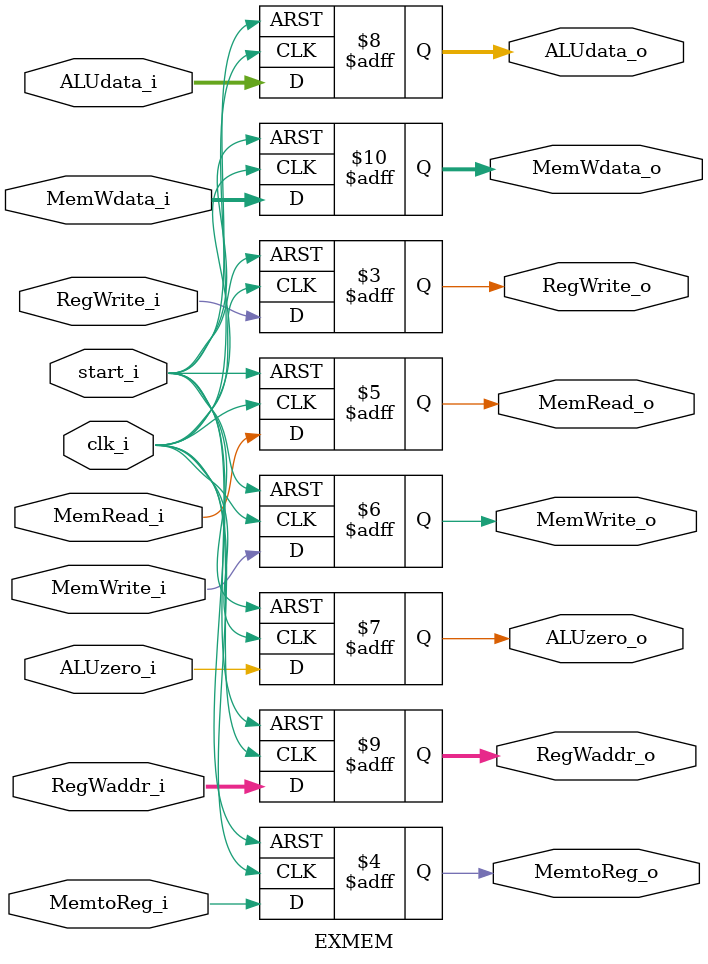
<source format=v>
module EXMEM
(
	clk_i,
	start_i,
	RegWrite_i,
	MemtoReg_i,
	MemRead_i,
	MemWrite_i,
	ALUzero_i,
	ALUdata_i,
    RegWaddr_i,
    MemWdata_i,
	RegWrite_o,
	MemtoReg_o,
	MemRead_o,
	MemWrite_o,
	ALUzero_o,
	ALUdata_o,
    RegWaddr_o,
    MemWdata_o
);

input clk_i, start_i;
input RegWrite_i, MemtoReg_i, MemRead_i, MemWrite_i, ALUzero_i;
input [31:0] ALUdata_i;
input [4:0] RegWaddr_i;
input [31:0] MemWdata_i;
output RegWrite_o, MemtoReg_o, MemRead_o, MemWrite_o, ALUzero_o;
output [31:0] ALUdata_o;
output [4:0] RegWaddr_o;
output [31:0] MemWdata_o;
reg RegWrite_o, MemtoReg_o, MemRead_o, MemWrite_o, ALUzero_o;
reg [31:0] ALUdata_o;
reg [4:0]  RegWaddr_o;
reg [31:0] MemWdata_o;
always @ ( posedge clk_i or negedge start_i) begin
  if (~start_i) begin 
	RegWrite_o <= 0;
	MemtoReg_o <= 0;
	MemRead_o <= 0;
	MemWrite_o <= 0;
	ALUzero_o <= 0;
	ALUdata_o <= 0;
	RegWaddr_o <= 0;
    MemWdata_o <= 0;
  end
  else begin    
	RegWrite_o <= RegWrite_i;
	MemtoReg_o <= MemtoReg_i;
	MemRead_o <= MemRead_i;
	MemWrite_o <= MemWrite_i;
	ALUzero_o <= ALUzero_i;
	ALUdata_o <= ALUdata_i;
	RegWaddr_o <= RegWaddr_i;
    MemWdata_o <= MemWdata_i;
  end
end
endmodule

</source>
